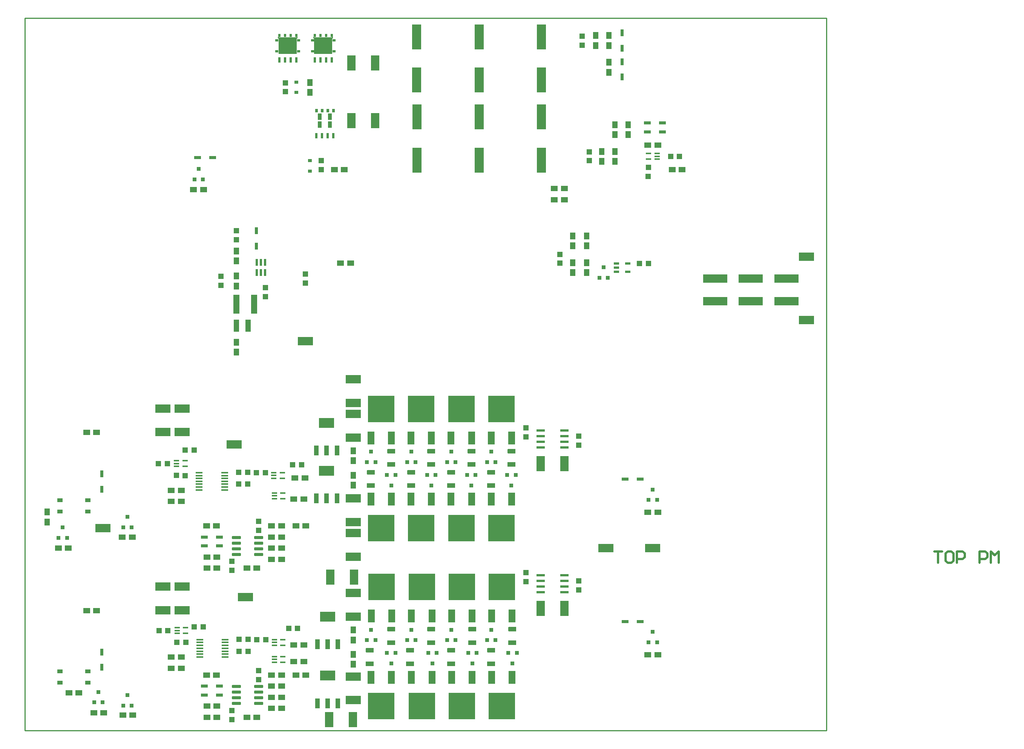
<source format=gtp>
G04*
G04 #@! TF.GenerationSoftware,Altium Limited,CircuitStudio,1.5.1 (13)*
G04*
G04 Layer_Color=7318015*
%FSLAX23Y23*%
%MOIN*%
G70*
G01*
G75*
G04:AMPARAMS|DCode=10|XSize=75mil|YSize=133mil|CornerRadius=3mil|HoleSize=0mil|Usage=FLASHONLY|Rotation=90.000|XOffset=0mil|YOffset=0mil|HoleType=Round|Shape=RoundedRectangle|*
%AMROUNDEDRECTD10*
21,1,0.075,0.127,0,0,90.0*
21,1,0.070,0.133,0,0,90.0*
1,1,0.005,0.064,0.035*
1,1,0.005,0.064,-0.035*
1,1,0.005,-0.064,-0.035*
1,1,0.005,-0.064,0.035*
%
%ADD10ROUNDEDRECTD10*%
G04:AMPARAMS|DCode=11|XSize=75mil|YSize=133mil|CornerRadius=3mil|HoleSize=0mil|Usage=FLASHONLY|Rotation=180.000|XOffset=0mil|YOffset=0mil|HoleType=Round|Shape=RoundedRectangle|*
%AMROUNDEDRECTD11*
21,1,0.075,0.127,0,0,180.0*
21,1,0.070,0.133,0,0,180.0*
1,1,0.005,-0.035,0.064*
1,1,0.005,0.035,0.064*
1,1,0.005,0.035,-0.064*
1,1,0.005,-0.035,-0.064*
%
%ADD11ROUNDEDRECTD11*%
%ADD12R,0.060X0.050*%
%ADD13R,0.050X0.060*%
%ADD14R,0.047X0.016*%
G04:AMPARAMS|DCode=15|XSize=78mil|YSize=24mil|CornerRadius=3mil|HoleSize=0mil|Usage=FLASHONLY|Rotation=0.000|XOffset=0mil|YOffset=0mil|HoleType=Round|Shape=RoundedRectangle|*
%AMROUNDEDRECTD15*
21,1,0.078,0.018,0,0,0.0*
21,1,0.072,0.024,0,0,0.0*
1,1,0.006,0.036,-0.009*
1,1,0.006,-0.036,-0.009*
1,1,0.006,-0.036,0.009*
1,1,0.006,0.036,0.009*
%
%ADD15ROUNDEDRECTD15*%
%ADD16R,0.063X0.031*%
%ADD17R,0.050X0.047*%
%ADD18R,0.047X0.050*%
%ADD19R,0.035X0.037*%
%ADD20R,0.035X0.037*%
%ADD21R,0.031X0.063*%
%ADD22R,0.063X0.118*%
%ADD23R,0.236X0.236*%
G04:AMPARAMS|DCode=24|XSize=43mil|YSize=70mil|CornerRadius=3mil|HoleSize=0mil|Usage=FLASHONLY|Rotation=90.000|XOffset=0mil|YOffset=0mil|HoleType=Round|Shape=RoundedRectangle|*
%AMROUNDEDRECTD24*
21,1,0.043,0.064,0,0,90.0*
21,1,0.037,0.070,0,0,90.0*
1,1,0.006,0.032,0.018*
1,1,0.006,0.032,-0.018*
1,1,0.006,-0.032,-0.018*
1,1,0.006,-0.032,0.018*
%
%ADD24ROUNDEDRECTD24*%
G04:AMPARAMS|DCode=25|XSize=37mil|YSize=70mil|CornerRadius=3mil|HoleSize=0mil|Usage=FLASHONLY|Rotation=90.000|XOffset=0mil|YOffset=0mil|HoleType=Round|Shape=RoundedRectangle|*
%AMROUNDEDRECTD25*
21,1,0.037,0.065,0,0,90.0*
21,1,0.032,0.070,0,0,90.0*
1,1,0.005,0.032,0.016*
1,1,0.005,0.032,-0.016*
1,1,0.005,-0.032,-0.016*
1,1,0.005,-0.032,0.016*
%
%ADD25ROUNDEDRECTD25*%
%ADD26R,0.217X0.077*%
%ADD27R,0.035X0.031*%
%ADD29R,0.024X0.050*%
G04:AMPARAMS|DCode=30|XSize=57mil|YSize=23mil|CornerRadius=3mil|HoleSize=0mil|Usage=FLASHONLY|Rotation=270.000|XOffset=0mil|YOffset=0mil|HoleType=Round|Shape=RoundedRectangle|*
%AMROUNDEDRECTD30*
21,1,0.057,0.017,0,0,270.0*
21,1,0.051,0.023,0,0,270.0*
1,1,0.006,-0.009,-0.026*
1,1,0.006,-0.009,0.026*
1,1,0.006,0.009,0.026*
1,1,0.006,0.009,-0.026*
%
%ADD30ROUNDEDRECTD30*%
%ADD31R,0.079X0.224*%
%ADD32R,0.047X0.024*%
%ADD33R,0.024X0.050*%
%ADD34R,0.024X0.028*%
%ADD35R,0.161X0.150*%
%ADD36R,0.030X0.023*%
%ADD37R,0.006X0.012*%
%ADD38R,0.136X0.073*%
%ADD39R,0.055X0.165*%
%ADD40R,0.050X0.107*%
%ADD41R,0.075X0.022*%
%ADD42R,0.047X0.032*%
G04:AMPARAMS|DCode=43|XSize=58mil|YSize=16mil|CornerRadius=2mil|HoleSize=0mil|Usage=FLASHONLY|Rotation=0.000|XOffset=0mil|YOffset=0mil|HoleType=Round|Shape=RoundedRectangle|*
%AMROUNDEDRECTD43*
21,1,0.058,0.012,0,0,0.0*
21,1,0.054,0.016,0,0,0.0*
1,1,0.004,0.027,-0.006*
1,1,0.004,-0.027,-0.006*
1,1,0.004,-0.027,0.006*
1,1,0.004,0.027,0.006*
%
%ADD43ROUNDEDRECTD43*%
%ADD44R,0.138X0.085*%
%ADD45R,0.043X0.085*%
%ADD46R,0.043X0.085*%
%ADD47C,0.020*%
%ADD48C,0.010*%
G36*
X4396Y7368D02*
X4363D01*
Y7427D01*
X4396D01*
Y7368D01*
D02*
G37*
G36*
X4485D02*
X4452D01*
Y7427D01*
X4485D01*
Y7368D01*
D02*
G37*
G36*
X4396Y7298D02*
X4363D01*
Y7357D01*
X4396D01*
Y7298D01*
D02*
G37*
G36*
X4485D02*
X4452D01*
Y7357D01*
X4485D01*
Y7298D01*
D02*
G37*
G36*
X4461Y7437D02*
X4437D01*
Y7465D01*
X4461D01*
Y7437D01*
D02*
G37*
G36*
X4511D02*
X4487D01*
Y7465D01*
X4511D01*
Y7437D01*
D02*
G37*
G36*
X4361D02*
X4337D01*
Y7465D01*
X4361D01*
Y7437D01*
D02*
G37*
G36*
X4412D02*
X4387D01*
Y7465D01*
X4412D01*
Y7437D01*
D02*
G37*
D10*
X4675Y5075D02*
D03*
Y4866D02*
D03*
Y3185D02*
D03*
Y2976D02*
D03*
Y3507D02*
D03*
Y3717D02*
D03*
Y4022D02*
D03*
Y3813D02*
D03*
Y2238D02*
D03*
Y2447D02*
D03*
Y4561D02*
D03*
Y4770D02*
D03*
X3160Y3033D02*
D03*
Y3243D02*
D03*
X2992D02*
D03*
Y3033D02*
D03*
Y4608D02*
D03*
Y4817D02*
D03*
X3160D02*
D03*
Y4608D02*
D03*
D11*
X4681Y3327D02*
D03*
X4472D02*
D03*
X4672Y2067D02*
D03*
X4462D02*
D03*
X6542Y4331D02*
D03*
X6332D02*
D03*
Y3051D02*
D03*
X6542D02*
D03*
X4659Y7362D02*
D03*
X4869D02*
D03*
Y7874D02*
D03*
X4659D02*
D03*
D12*
X4237Y4016D02*
D03*
X4149D02*
D03*
X4247Y4203D02*
D03*
X4159D02*
D03*
X4256Y2461D02*
D03*
X4169D02*
D03*
X4237Y2579D02*
D03*
X4149D02*
D03*
X4237Y2726D02*
D03*
X4149D02*
D03*
X4040Y2461D02*
D03*
X3952D02*
D03*
X3377D02*
D03*
X3465D02*
D03*
X3381Y2087D02*
D03*
X3469D02*
D03*
X3736D02*
D03*
X3823D02*
D03*
X4040Y2264D02*
D03*
X3952D02*
D03*
X3469Y2185D02*
D03*
X3381D02*
D03*
X4040Y2362D02*
D03*
X3952D02*
D03*
X4040Y2165D02*
D03*
X3952D02*
D03*
X4256Y3780D02*
D03*
X4169D02*
D03*
X4040D02*
D03*
X3952D02*
D03*
X3154Y2520D02*
D03*
X3066D02*
D03*
X4040Y3681D02*
D03*
X3952D02*
D03*
X4040Y3484D02*
D03*
X3952D02*
D03*
X4040Y3583D02*
D03*
X3952D02*
D03*
X3736Y3406D02*
D03*
X3823D02*
D03*
X3377Y3780D02*
D03*
X3465D02*
D03*
X3381Y3406D02*
D03*
X3469D02*
D03*
Y3504D02*
D03*
X3381D02*
D03*
X2638Y2106D02*
D03*
X2725D02*
D03*
X7367Y2638D02*
D03*
X7279D02*
D03*
Y3898D02*
D03*
X7367D02*
D03*
X7583Y6929D02*
D03*
X7496D02*
D03*
X7367Y7146D02*
D03*
X7279D02*
D03*
X4595Y6929D02*
D03*
X4508D02*
D03*
X4563Y6102D02*
D03*
X4650D02*
D03*
X3154Y2618D02*
D03*
X3066D02*
D03*
Y4094D02*
D03*
X3154D02*
D03*
X2318Y4606D02*
D03*
X2406D02*
D03*
X6540Y6663D02*
D03*
X6452D02*
D03*
Y6762D02*
D03*
X6540D02*
D03*
X3351Y6752D02*
D03*
X3263D02*
D03*
X2721Y3681D02*
D03*
X2633D02*
D03*
X2067Y3583D02*
D03*
X2154D02*
D03*
X2382Y2126D02*
D03*
X2469D02*
D03*
X2161Y2303D02*
D03*
X2249D02*
D03*
X3066Y3996D02*
D03*
X3154D02*
D03*
X2406Y3031D02*
D03*
X2318D02*
D03*
D13*
X4675Y2859D02*
D03*
Y2771D02*
D03*
Y4227D02*
D03*
Y4139D02*
D03*
Y4356D02*
D03*
Y4443D02*
D03*
X6737Y6019D02*
D03*
Y6107D02*
D03*
X6614Y6019D02*
D03*
Y6107D02*
D03*
X6737Y6255D02*
D03*
Y6343D02*
D03*
X6614D02*
D03*
Y6255D02*
D03*
X7106Y7327D02*
D03*
Y7240D02*
D03*
X6988D02*
D03*
Y7327D02*
D03*
Y7091D02*
D03*
Y7003D02*
D03*
X6870D02*
D03*
Y7091D02*
D03*
X6935Y7791D02*
D03*
Y7878D02*
D03*
Y8115D02*
D03*
Y8027D02*
D03*
X6817D02*
D03*
Y8115D02*
D03*
X3640Y6122D02*
D03*
Y6210D02*
D03*
Y5989D02*
D03*
Y5901D02*
D03*
X3642Y5316D02*
D03*
Y5404D02*
D03*
X4675Y2555D02*
D03*
Y2642D02*
D03*
X4291Y7614D02*
D03*
Y7701D02*
D03*
X1969Y3902D02*
D03*
Y3814D02*
D03*
D14*
X4053Y4071D02*
D03*
Y4020D02*
D03*
X3978D02*
D03*
Y4045D02*
D03*
Y4071D02*
D03*
X4053Y2624D02*
D03*
Y2573D02*
D03*
X3978D02*
D03*
Y2598D02*
D03*
Y2624D02*
D03*
X7360Y7022D02*
D03*
Y7047D02*
D03*
Y7073D02*
D03*
X7285D02*
D03*
Y7022D02*
D03*
X4052Y2774D02*
D03*
Y2723D02*
D03*
X3978D02*
D03*
Y2748D02*
D03*
Y2774D02*
D03*
X3117Y2880D02*
D03*
Y2854D02*
D03*
Y2829D02*
D03*
X3191D02*
D03*
Y2880D02*
D03*
X3973Y4250D02*
D03*
Y4225D02*
D03*
Y4199D02*
D03*
X4048D02*
D03*
Y4250D02*
D03*
X3187Y4356D02*
D03*
Y4305D02*
D03*
X3112D02*
D03*
Y4331D02*
D03*
Y4356D02*
D03*
D15*
X3837Y2358D02*
D03*
Y2308D02*
D03*
Y2258D02*
D03*
Y2208D02*
D03*
X3643D02*
D03*
Y2258D02*
D03*
Y2308D02*
D03*
Y2358D02*
D03*
X3837Y3677D02*
D03*
Y3627D02*
D03*
Y3577D02*
D03*
Y3527D02*
D03*
X3643D02*
D03*
Y3577D02*
D03*
Y3627D02*
D03*
Y3677D02*
D03*
D16*
X3492Y2362D02*
D03*
X3358D02*
D03*
X3492Y2283D02*
D03*
X3358D02*
D03*
X3492Y3602D02*
D03*
X3358D02*
D03*
X3492Y3681D02*
D03*
X3358D02*
D03*
X7409Y7264D02*
D03*
X7276D02*
D03*
Y7343D02*
D03*
X7409D02*
D03*
X7213Y2933D02*
D03*
X7079D02*
D03*
X7213Y4193D02*
D03*
X7079D02*
D03*
X3433Y7037D02*
D03*
X3299D02*
D03*
D17*
X3602Y2067D02*
D03*
X3602Y2146D02*
D03*
X3839Y2500D02*
D03*
X3838Y2421D02*
D03*
X3839Y3819D02*
D03*
X3838Y3740D02*
D03*
X3602Y3386D02*
D03*
X3602Y3465D02*
D03*
X6668Y4572D02*
D03*
X6668Y4493D02*
D03*
X6501Y6181D02*
D03*
X6501Y6102D02*
D03*
X6762Y7087D02*
D03*
X6762Y7008D02*
D03*
X6698Y8111D02*
D03*
X6697Y8031D02*
D03*
X4390Y7008D02*
D03*
X4390Y6929D02*
D03*
X4075Y7618D02*
D03*
X4075Y7697D02*
D03*
X4252Y5926D02*
D03*
X4252Y6006D02*
D03*
X3504Y5985D02*
D03*
X3504Y5905D02*
D03*
X3898Y5886D02*
D03*
X3898Y5807D02*
D03*
X3642Y6388D02*
D03*
X3642Y6308D02*
D03*
X6201Y4646D02*
D03*
X6201Y4567D02*
D03*
X6201Y3287D02*
D03*
X6201Y3366D02*
D03*
X6668Y3213D02*
D03*
X6668Y3293D02*
D03*
X7283Y6870D02*
D03*
X7284Y6949D02*
D03*
D18*
X3267Y2885D02*
D03*
X3347Y2885D02*
D03*
X4217Y4321D02*
D03*
X4138Y4321D02*
D03*
X7204Y6100D02*
D03*
X7284Y6100D02*
D03*
X7480Y7047D02*
D03*
X7559Y7047D02*
D03*
X4104Y2874D02*
D03*
X4183Y2874D02*
D03*
X3902Y2774D02*
D03*
X3823Y2774D02*
D03*
X3745Y2775D02*
D03*
X3666Y2776D02*
D03*
X3745Y2671D02*
D03*
X3666Y2671D02*
D03*
X3194Y2748D02*
D03*
X3114Y2748D02*
D03*
X3036Y2854D02*
D03*
X2957Y2854D02*
D03*
X3819Y4250D02*
D03*
X3898Y4250D02*
D03*
X3661Y4252D02*
D03*
X3740Y4252D02*
D03*
X3268Y4449D02*
D03*
X3189Y4449D02*
D03*
X2952Y4331D02*
D03*
X3032Y4331D02*
D03*
X3110Y4225D02*
D03*
X3189Y4224D02*
D03*
X3661Y4148D02*
D03*
X3740Y4148D02*
D03*
D19*
X2677Y2283D02*
D03*
X2640Y2191D02*
D03*
X4833Y4436D02*
D03*
X4795Y4344D02*
D03*
X5010Y4137D02*
D03*
X5047Y4229D02*
D03*
X5187Y4436D02*
D03*
X5150Y4344D02*
D03*
X5364Y4137D02*
D03*
X5402Y4229D02*
D03*
X5541Y4436D02*
D03*
X5504Y4344D02*
D03*
X5719Y4137D02*
D03*
X5756Y4229D02*
D03*
X5896Y4436D02*
D03*
X5858Y4344D02*
D03*
X6073Y4137D02*
D03*
X6110Y4229D02*
D03*
X4833Y2861D02*
D03*
X4795Y2769D02*
D03*
X5010Y2562D02*
D03*
X5047Y2655D02*
D03*
X5728Y2562D02*
D03*
X5766Y2655D02*
D03*
X5541Y2861D02*
D03*
X5504Y2769D02*
D03*
X5896Y2861D02*
D03*
X5858Y2769D02*
D03*
X5374Y2562D02*
D03*
X5411Y2655D02*
D03*
X5187Y2861D02*
D03*
X5150Y2769D02*
D03*
X6083Y2562D02*
D03*
X6120Y2655D02*
D03*
X7323Y2842D02*
D03*
X7285Y2749D02*
D03*
X7323Y4101D02*
D03*
X7285Y4009D02*
D03*
X6851Y5973D02*
D03*
X6888Y6065D02*
D03*
X3307Y6936D02*
D03*
X3270Y6844D02*
D03*
X2677Y3858D02*
D03*
X2640Y3766D02*
D03*
X2106Y3767D02*
D03*
X2069Y3674D02*
D03*
X2421Y2310D02*
D03*
X2384Y2218D02*
D03*
D20*
X2715Y2191D02*
D03*
X4870Y4344D02*
D03*
X4972Y4229D02*
D03*
X5224Y4344D02*
D03*
X5327Y4229D02*
D03*
X5579Y4344D02*
D03*
X5681Y4229D02*
D03*
X5933Y4344D02*
D03*
X6035Y4229D02*
D03*
X4870Y2769D02*
D03*
X4972Y2655D02*
D03*
X5691D02*
D03*
X5579Y2769D02*
D03*
X5933D02*
D03*
X5337Y2655D02*
D03*
X5224Y2769D02*
D03*
X6045Y2655D02*
D03*
X7360Y2749D02*
D03*
Y4009D02*
D03*
X6926Y5973D02*
D03*
X3344Y6844D02*
D03*
X2715Y3766D02*
D03*
X2144Y3674D02*
D03*
X2459Y2218D02*
D03*
D21*
X7052Y7882D02*
D03*
Y7748D02*
D03*
X7053Y8004D02*
D03*
Y8138D02*
D03*
X3819Y6388D02*
D03*
Y6254D02*
D03*
X2451Y4238D02*
D03*
Y4104D02*
D03*
Y2663D02*
D03*
Y2530D02*
D03*
D22*
X6075Y4557D02*
D03*
X5894D02*
D03*
X5720D02*
D03*
X5539D02*
D03*
X5366D02*
D03*
X5185D02*
D03*
X5012D02*
D03*
X4831D02*
D03*
X5894Y4016D02*
D03*
X6075D02*
D03*
X5539D02*
D03*
X5720D02*
D03*
X5185D02*
D03*
X5366D02*
D03*
X5016Y2982D02*
D03*
X4835D02*
D03*
X5371D02*
D03*
X5189D02*
D03*
X5725D02*
D03*
X5544D02*
D03*
X6079D02*
D03*
X5898D02*
D03*
X4831Y4016D02*
D03*
X5012D02*
D03*
X5898Y2441D02*
D03*
X6079D02*
D03*
X5544D02*
D03*
X5725D02*
D03*
X5189D02*
D03*
X5371D02*
D03*
X4831D02*
D03*
X5012D02*
D03*
D23*
X5984Y4813D02*
D03*
X5630D02*
D03*
X5276D02*
D03*
X4921D02*
D03*
X5984Y3760D02*
D03*
X5630D02*
D03*
X5276D02*
D03*
X4926Y3238D02*
D03*
X5280D02*
D03*
X5634D02*
D03*
X5989D02*
D03*
X4921Y3760D02*
D03*
X5989Y2185D02*
D03*
X5634D02*
D03*
X5280D02*
D03*
X4921D02*
D03*
D24*
X5010Y4322D02*
D03*
X5187Y4135D02*
D03*
X5364Y4322D02*
D03*
X5720D02*
D03*
X5541Y4135D02*
D03*
X5896D02*
D03*
X6075Y4322D02*
D03*
X5541Y2560D02*
D03*
X5728Y2747D02*
D03*
X5010D02*
D03*
X4823Y2560D02*
D03*
X5364Y2747D02*
D03*
X5177Y2560D02*
D03*
X6083Y2747D02*
D03*
X4833Y4135D02*
D03*
X5896Y2560D02*
D03*
D25*
X5010Y4441D02*
D03*
X5187Y4254D02*
D03*
X5364Y4441D02*
D03*
X5720D02*
D03*
X5541Y4254D02*
D03*
X5896D02*
D03*
X6075Y4441D02*
D03*
X5541Y2679D02*
D03*
X5728Y2866D02*
D03*
X5010D02*
D03*
X4823Y2679D02*
D03*
X5364Y2866D02*
D03*
X5177Y2679D02*
D03*
X6083Y2866D02*
D03*
X4833Y4254D02*
D03*
X5896Y2679D02*
D03*
D26*
X8504Y5767D02*
D03*
Y5966D02*
D03*
X8189Y5767D02*
D03*
Y5966D02*
D03*
X7874Y5767D02*
D03*
Y5966D02*
D03*
D27*
X4291Y6917D02*
D03*
Y7008D02*
D03*
X4173Y7703D02*
D03*
Y7612D02*
D03*
D29*
X4499Y7230D02*
D03*
X4449D02*
D03*
X4399D02*
D03*
X4349D02*
D03*
D30*
X3896Y6018D02*
D03*
X3858D02*
D03*
X3821D02*
D03*
Y6108D02*
D03*
X3858D02*
D03*
X3896D02*
D03*
D31*
X6339Y7396D02*
D03*
Y7014D02*
D03*
X5787Y7014D02*
D03*
Y7396D02*
D03*
X5239D02*
D03*
Y7014D02*
D03*
X6339Y7722D02*
D03*
Y8104D02*
D03*
X5787Y8104D02*
D03*
Y7722D02*
D03*
X5236D02*
D03*
Y8104D02*
D03*
D32*
X7101Y6100D02*
D03*
Y6026D02*
D03*
X7002D02*
D03*
Y6063D02*
D03*
Y6100D02*
D03*
D33*
X4020Y7900D02*
D03*
X4070D02*
D03*
X4120D02*
D03*
X4170D02*
D03*
X4484D02*
D03*
X4434D02*
D03*
X4384D02*
D03*
X4334D02*
D03*
D34*
X4170Y8116D02*
D03*
X4120D02*
D03*
X4070D02*
D03*
X4020D02*
D03*
X4334D02*
D03*
X4384D02*
D03*
X4434D02*
D03*
X4484D02*
D03*
D35*
X4095Y8027D02*
D03*
X4409D02*
D03*
D36*
X4190Y8072D02*
D03*
X3999D02*
D03*
X3999Y7977D02*
D03*
X4190Y7977D02*
D03*
X4505D02*
D03*
X4314Y7977D02*
D03*
X4314Y8072D02*
D03*
X4505D02*
D03*
D37*
X4011Y8096D02*
D03*
X4178D02*
D03*
X4493D02*
D03*
X4326D02*
D03*
D38*
X6909Y3583D02*
D03*
X7323D02*
D03*
X3720Y3150D02*
D03*
X3622Y4498D02*
D03*
X8681Y6161D02*
D03*
X2461Y3760D02*
D03*
X8681Y5600D02*
D03*
X4252Y5413D02*
D03*
D39*
X3799Y5738D02*
D03*
X3642D02*
D03*
D40*
X3746Y5551D02*
D03*
X3642D02*
D03*
D41*
X6331Y4622D02*
D03*
Y4522D02*
D03*
Y4472D02*
D03*
Y4572D02*
D03*
X6543Y4622D02*
D03*
Y4572D02*
D03*
Y4472D02*
D03*
Y4522D02*
D03*
X6331Y3343D02*
D03*
Y3243D02*
D03*
Y3193D02*
D03*
Y3293D02*
D03*
X6543Y3343D02*
D03*
Y3293D02*
D03*
Y3193D02*
D03*
Y3243D02*
D03*
D42*
X2329Y2492D02*
D03*
Y2392D02*
D03*
X2081D02*
D03*
Y2492D02*
D03*
Y4007D02*
D03*
Y3907D02*
D03*
X2329D02*
D03*
Y4007D02*
D03*
D43*
X3543Y2774D02*
D03*
Y2748D02*
D03*
Y2722D02*
D03*
Y2697D02*
D03*
Y2671D02*
D03*
Y2646D02*
D03*
Y2620D02*
D03*
X3317D02*
D03*
Y2646D02*
D03*
Y2671D02*
D03*
Y2697D02*
D03*
Y2722D02*
D03*
Y2748D02*
D03*
Y2774D02*
D03*
X3538Y4250D02*
D03*
Y4224D02*
D03*
Y4199D02*
D03*
Y4173D02*
D03*
Y4148D02*
D03*
Y4122D02*
D03*
Y4096D02*
D03*
X3312D02*
D03*
Y4122D02*
D03*
Y4148D02*
D03*
Y4173D02*
D03*
Y4199D02*
D03*
Y4224D02*
D03*
Y4250D02*
D03*
D44*
X4439Y4689D02*
D03*
X4449Y2976D02*
D03*
Y2455D02*
D03*
X4439Y4266D02*
D03*
D45*
X4530Y4445D02*
D03*
X4348D02*
D03*
X4539Y2732D02*
D03*
X4358D02*
D03*
X4539Y2211D02*
D03*
X4358D02*
D03*
X4530Y4022D02*
D03*
X4348D02*
D03*
D46*
X4439Y4445D02*
D03*
X4449Y2732D02*
D03*
Y2211D02*
D03*
X4439Y4022D02*
D03*
D47*
X9813Y3552D02*
X9880D01*
X9846D01*
Y3452D01*
X9963Y3552D02*
X9930D01*
X9913Y3535D01*
Y3469D01*
X9930Y3452D01*
X9963D01*
X9980Y3469D01*
Y3535D01*
X9963Y3552D01*
X10013Y3452D02*
Y3552D01*
X10063D01*
X10080Y3535D01*
Y3502D01*
X10063Y3485D01*
X10013D01*
X10213Y3452D02*
Y3552D01*
X10263D01*
X10280Y3535D01*
Y3502D01*
X10263Y3485D01*
X10213D01*
X10313Y3452D02*
Y3552D01*
X10346Y3519D01*
X10380Y3552D01*
Y3452D01*
D48*
X1772Y1969D02*
X8858D01*
X1772D02*
Y8268D01*
X8858Y1969D02*
Y8268D01*
X1772D02*
X8858D01*
M02*

</source>
